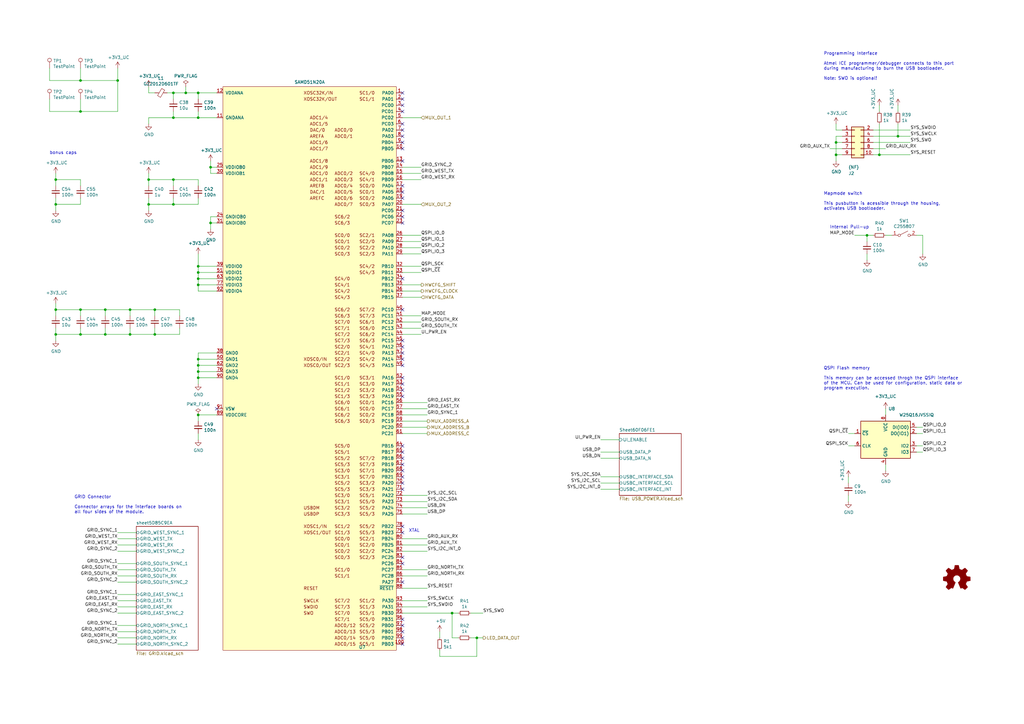
<source format=kicad_sch>
(kicad_sch (version 20211123) (generator eeschema)
  (paper "A3")
  (junction (at 81.28 149.86))
  (junction (at 342.9 58.42))
  (junction (at 81.28 154.94))
  (junction (at 60.96 73.66))
  (junction (at 71.12 83.82))
  (junction (at 63.5 137.16))
  (junction (at 33.02 45.72))
  (junction (at 71.12 73.66))
  (junction (at 81.28 111.76))
  (junction (at 81.28 116.84))
  (junction (at 195.58 261.62))
  (junction (at 86.36 68.58))
  (junction (at 33.02 137.16))
  (junction (at 48.26 33.02))
  (junction (at 53.34 137.16))
  (junction (at 81.28 114.3))
  (junction (at 81.28 152.4))
  (junction (at 76.2 38.1))
  (junction (at 71.12 48.26))
  (junction (at 342.9 63.5))
  (junction (at 22.86 83.82))
  (junction (at 81.28 170.18))
  (junction (at 22.86 137.16))
  (junction (at 22.86 73.66))
  (junction (at 43.18 137.16))
  (junction (at 81.28 38.1))
  (junction (at 63.5 127))
  (junction (at 33.02 127))
  (junction (at 33.02 33.02))
  (junction (at 22.86 127))
  (junction (at 71.12 38.1))
  (junction (at 355.6 96.52))
  (junction (at 60.96 83.82))
  (junction (at 86.36 91.44))
  (junction (at 360.68 63.5))
  (junction (at 43.18 127))
  (junction (at 81.28 48.26))
  (junction (at 368.3 55.88))
  (junction (at 53.34 127))
  (junction (at 81.28 109.22))
  (junction (at 81.28 147.32))
  (junction (at 185.42 251.46))
  (no_connect (at 165.1 45.72))
  (no_connect (at 165.1 231.14))
  (no_connect (at 165.1 182.88))
  (no_connect (at 165.1 256.54))
  (no_connect (at 165.1 264.16))
  (no_connect (at 165.1 142.24))
  (no_connect (at 165.1 228.6))
  (no_connect (at 165.1 91.44))
  (no_connect (at 165.1 261.62))
  (no_connect (at 165.1 238.76))
  (no_connect (at 165.1 58.42))
  (no_connect (at 165.1 53.34))
  (no_connect (at 165.1 139.7))
  (no_connect (at 165.1 185.42))
  (no_connect (at 165.1 259.08))
  (no_connect (at 165.1 187.96))
  (no_connect (at 88.9 167.64))
  (no_connect (at 165.1 193.04))
  (no_connect (at 165.1 76.2))
  (no_connect (at 165.1 215.9))
  (no_connect (at 165.1 88.9))
  (no_connect (at 165.1 195.58))
  (no_connect (at 165.1 86.36))
  (no_connect (at 165.1 40.64))
  (no_connect (at 165.1 66.04))
  (no_connect (at 165.1 147.32))
  (no_connect (at 165.1 149.86))
  (no_connect (at 165.1 154.94))
  (no_connect (at 165.1 254))
  (no_connect (at 165.1 198.12))
  (no_connect (at 165.1 200.66))
  (no_connect (at 165.1 60.96))
  (no_connect (at 165.1 144.78))
  (no_connect (at 165.1 50.8))
  (no_connect (at 165.1 218.44))
  (no_connect (at 165.1 43.18))
  (no_connect (at 165.1 190.5))
  (no_connect (at 165.1 157.48))
  (no_connect (at 165.1 127))
  (no_connect (at 165.1 160.02))
  (no_connect (at 165.1 81.28))
  (no_connect (at 165.1 55.88))
  (no_connect (at 165.1 78.74))
  (no_connect (at 165.1 162.56))
  (no_connect (at 165.1 38.1))
  (no_connect (at 165.1 114.3))
  (wire (pts (xy 60.96 83.82) (xy 71.12 83.82)))
  (wire (pts (xy 55.88 236.22) (xy 48.26 236.22)))
  (wire (pts (xy 165.1 109.22) (xy 172.72 109.22)))
  (wire (pts (xy 86.36 71.12) (xy 86.36 68.58)))
  (wire (pts (xy 81.28 172.72) (xy 81.28 170.18)))
  (wire (pts (xy 81.28 180.34) (xy 81.28 177.8)))
  (wire (pts (xy 55.88 226.06) (xy 48.26 226.06)))
  (wire (pts (xy 342.9 55.88) (xy 342.9 58.42)))
  (wire (pts (xy 165.1 48.26) (xy 172.72 48.26)))
  (wire (pts (xy 88.9 152.4) (xy 81.28 152.4)))
  (wire (pts (xy 43.18 127) (xy 43.18 129.54)))
  (wire (pts (xy 73.66 129.54) (xy 73.66 127)))
  (wire (pts (xy 355.6 106.68) (xy 355.6 104.14)))
  (wire (pts (xy 358.14 60.96) (xy 363.22 60.96)))
  (wire (pts (xy 86.36 91.44) (xy 86.36 88.9)))
  (wire (pts (xy 81.28 111.76) (xy 88.9 111.76)))
  (wire (pts (xy 60.96 86.36) (xy 60.96 83.82)))
  (wire (pts (xy 363.22 167.64) (xy 363.22 170.18)))
  (wire (pts (xy 165.1 165.1) (xy 175.26 165.1)))
  (wire (pts (xy 175.26 233.68) (xy 165.1 233.68)))
  (wire (pts (xy 22.86 73.66) (xy 33.02 73.66)))
  (wire (pts (xy 360.68 50.8) (xy 360.68 63.5)))
  (wire (pts (xy 165.1 226.06) (xy 175.26 226.06)))
  (wire (pts (xy 71.12 40.64) (xy 71.12 38.1)))
  (wire (pts (xy 71.12 48.26) (xy 60.96 48.26)))
  (wire (pts (xy 165.1 177.8) (xy 175.26 177.8)))
  (wire (pts (xy 165.1 119.38) (xy 172.72 119.38)))
  (wire (pts (xy 81.28 152.4) (xy 81.28 149.86)))
  (wire (pts (xy 375.92 182.88) (xy 378.46 182.88)))
  (wire (pts (xy 165.1 220.98) (xy 175.26 220.98)))
  (wire (pts (xy 81.28 147.32) (xy 81.28 144.78)))
  (wire (pts (xy 350.52 96.52) (xy 355.6 96.52)))
  (wire (pts (xy 33.02 76.2) (xy 33.02 73.66)))
  (wire (pts (xy 22.86 134.62) (xy 22.86 137.16)))
  (wire (pts (xy 193.04 261.62) (xy 195.58 261.62)))
  (wire (pts (xy 81.28 114.3) (xy 81.28 111.76)))
  (wire (pts (xy 165.1 129.54) (xy 172.72 129.54)))
  (wire (pts (xy 88.9 119.38) (xy 81.28 119.38)))
  (wire (pts (xy 22.86 137.16) (xy 33.02 137.16)))
  (wire (pts (xy 71.12 83.82) (xy 81.28 83.82)))
  (wire (pts (xy 165.1 205.74) (xy 175.26 205.74)))
  (wire (pts (xy 81.28 40.64) (xy 81.28 38.1)))
  (wire (pts (xy 347.98 195.58) (xy 347.98 198.12)))
  (wire (pts (xy 165.1 175.26) (xy 175.26 175.26)))
  (wire (pts (xy 22.86 73.66) (xy 22.86 76.2)))
  (wire (pts (xy 22.86 81.28) (xy 22.86 83.82)))
  (wire (pts (xy 368.3 43.18) (xy 368.3 45.72)))
  (wire (pts (xy 55.88 231.14) (xy 48.26 231.14)))
  (wire (pts (xy 88.9 68.58) (xy 86.36 68.58)))
  (wire (pts (xy 73.66 134.62) (xy 73.66 137.16)))
  (wire (pts (xy 71.12 38.1) (xy 76.2 38.1)))
  (wire (pts (xy 378.46 96.52) (xy 378.46 104.14)))
  (wire (pts (xy 345.44 55.88) (xy 342.9 55.88)))
  (wire (pts (xy 53.34 127) (xy 43.18 127)))
  (wire (pts (xy 165.1 137.16) (xy 172.72 137.16)))
  (wire (pts (xy 180.34 261.62) (xy 180.34 259.08)))
  (wire (pts (xy 60.96 81.28) (xy 60.96 83.82)))
  (wire (pts (xy 55.88 248.92) (xy 48.26 248.92)))
  (wire (pts (xy 48.26 27.94) (xy 48.26 33.02)))
  (wire (pts (xy 81.28 83.82) (xy 81.28 81.28)))
  (wire (pts (xy 22.86 86.36) (xy 22.86 83.82)))
  (wire (pts (xy 375.92 96.52) (xy 378.46 96.52)))
  (wire (pts (xy 53.34 129.54) (xy 53.34 127)))
  (wire (pts (xy 81.28 73.66) (xy 81.28 76.2)))
  (wire (pts (xy 375.92 175.26) (xy 378.46 175.26)))
  (wire (pts (xy 81.28 170.18) (xy 88.9 170.18)))
  (wire (pts (xy 60.96 71.12) (xy 60.96 73.66)))
  (wire (pts (xy 73.66 137.16) (xy 63.5 137.16)))
  (wire (pts (xy 55.88 220.98) (xy 48.26 220.98)))
  (wire (pts (xy 350.52 182.88) (xy 347.98 182.88)))
  (wire (pts (xy 60.96 35.56) (xy 60.96 38.1)))
  (wire (pts (xy 165.1 246.38) (xy 175.26 246.38)))
  (wire (pts (xy 81.28 114.3) (xy 81.28 116.84)))
  (wire (pts (xy 165.1 96.52) (xy 172.72 96.52)))
  (wire (pts (xy 22.86 124.46) (xy 22.86 127)))
  (wire (pts (xy 86.36 68.58) (xy 86.36 66.04)))
  (wire (pts (xy 88.9 147.32) (xy 81.28 147.32)))
  (wire (pts (xy 165.1 236.22) (xy 175.26 236.22)))
  (wire (pts (xy 20.32 40.64) (xy 20.32 45.72)))
  (wire (pts (xy 81.28 109.22) (xy 81.28 111.76)))
  (wire (pts (xy 81.28 45.72) (xy 81.28 48.26)))
  (wire (pts (xy 88.9 91.44) (xy 86.36 91.44)))
  (wire (pts (xy 33.02 33.02) (xy 20.32 33.02)))
  (wire (pts (xy 55.88 233.68) (xy 48.26 233.68)))
  (wire (pts (xy 60.96 38.1) (xy 63.5 38.1)))
  (wire (pts (xy 81.28 119.38) (xy 81.28 116.84)))
  (wire (pts (xy 81.28 149.86) (xy 88.9 149.86)))
  (wire (pts (xy 165.1 111.76) (xy 172.72 111.76)))
  (wire (pts (xy 88.9 71.12) (xy 86.36 71.12)))
  (wire (pts (xy 55.88 246.38) (xy 48.26 246.38)))
  (wire (pts (xy 360.68 63.5) (xy 373.38 63.5)))
  (wire (pts (xy 55.88 238.76) (xy 48.26 238.76)))
  (wire (pts (xy 246.38 180.34) (xy 254 180.34)))
  (wire (pts (xy 33.02 81.28) (xy 33.02 83.82)))
  (wire (pts (xy 33.02 134.62) (xy 33.02 137.16)))
  (wire (pts (xy 33.02 27.94) (xy 33.02 33.02)))
  (wire (pts (xy 33.02 127) (xy 43.18 127)))
  (wire (pts (xy 76.2 38.1) (xy 76.2 35.56)))
  (wire (pts (xy 180.34 269.24) (xy 195.58 269.24)))
  (wire (pts (xy 48.26 33.02) (xy 33.02 33.02)))
  (wire (pts (xy 55.88 251.46) (xy 48.26 251.46)))
  (wire (pts (xy 81.28 38.1) (xy 88.9 38.1)))
  (wire (pts (xy 81.28 149.86) (xy 81.28 147.32)))
  (wire (pts (xy 368.3 50.8) (xy 368.3 55.88)))
  (wire (pts (xy 172.72 68.58) (xy 165.1 68.58)))
  (wire (pts (xy 22.86 127) (xy 33.02 127)))
  (wire (pts (xy 165.1 208.28) (xy 175.26 208.28)))
  (wire (pts (xy 55.88 243.84) (xy 48.26 243.84)))
  (wire (pts (xy 165.1 167.64) (xy 175.26 167.64)))
  (wire (pts (xy 342.9 66.04) (xy 342.9 63.5)))
  (wire (pts (xy 60.96 73.66) (xy 60.96 76.2)))
  (wire (pts (xy 165.1 73.66) (xy 172.72 73.66)))
  (wire (pts (xy 165.1 248.92) (xy 175.26 248.92)))
  (wire (pts (xy 71.12 45.72) (xy 71.12 48.26)))
  (wire (pts (xy 165.1 101.6) (xy 172.72 101.6)))
  (wire (pts (xy 71.12 76.2) (xy 71.12 73.66)))
  (wire (pts (xy 193.04 251.46) (xy 198.12 251.46)))
  (wire (pts (xy 71.12 73.66) (xy 81.28 73.66)))
  (wire (pts (xy 68.58 38.1) (xy 71.12 38.1)))
  (wire (pts (xy 55.88 264.16) (xy 48.26 264.16)))
  (wire (pts (xy 175.26 241.3) (xy 165.1 241.3)))
  (wire (pts (xy 48.26 218.44) (xy 55.88 218.44)))
  (wire (pts (xy 342.9 53.34) (xy 345.44 53.34)))
  (wire (pts (xy 43.18 137.16) (xy 43.18 134.62)))
  (wire (pts (xy 185.42 251.46) (xy 185.42 261.62)))
  (wire (pts (xy 81.28 48.26) (xy 71.12 48.26)))
  (wire (pts (xy 81.28 157.48) (xy 81.28 154.94)))
  (wire (pts (xy 363.22 193.04) (xy 363.22 190.5)))
  (wire (pts (xy 81.28 154.94) (xy 81.28 152.4)))
  (wire (pts (xy 22.86 139.7) (xy 22.86 137.16)))
  (wire (pts (xy 60.96 48.26) (xy 60.96 50.8)))
  (wire (pts (xy 63.5 137.16) (xy 53.34 137.16)))
  (wire (pts (xy 88.9 154.94) (xy 81.28 154.94)))
  (wire (pts (xy 165.1 99.06) (xy 172.72 99.06)))
  (wire (pts (xy 342.9 50.8) (xy 342.9 53.34)))
  (wire (pts (xy 55.88 256.54) (xy 48.26 256.54)))
  (wire (pts (xy 55.88 259.08) (xy 48.26 259.08)))
  (wire (pts (xy 71.12 81.28) (xy 71.12 83.82)))
  (wire (pts (xy 88.9 109.22) (xy 81.28 109.22)))
  (wire (pts (xy 165.1 71.12) (xy 172.72 71.12)))
  (wire (pts (xy 358.14 53.34) (xy 373.38 53.34)))
  (wire (pts (xy 20.32 45.72) (xy 33.02 45.72)))
  (wire (pts (xy 375.92 177.8) (xy 378.46 177.8)))
  (wire (pts (xy 88.9 48.26) (xy 81.28 48.26)))
  (wire (pts (xy 165.1 210.82) (xy 175.26 210.82)))
  (wire (pts (xy 22.86 127) (xy 22.86 129.54)))
  (wire (pts (xy 81.28 116.84) (xy 88.9 116.84)))
  (wire (pts (xy 246.38 195.58) (xy 254 195.58)))
  (wire (pts (xy 375.92 185.42) (xy 378.46 185.42)))
  (wire (pts (xy 358.14 58.42) (xy 373.38 58.42)))
  (wire (pts (xy 81.28 144.78) (xy 88.9 144.78)))
  (wire (pts (xy 33.02 137.16) (xy 43.18 137.16)))
  (wire (pts (xy 358.14 55.88) (xy 368.3 55.88)))
  (wire (pts (xy 165.1 172.72) (xy 175.26 172.72)))
  (wire (pts (xy 53.34 134.62) (xy 53.34 137.16)))
  (wire (pts (xy 360.68 43.18) (xy 360.68 45.72)))
  (wire (pts (xy 53.34 137.16) (xy 43.18 137.16)))
  (wire (pts (xy 165.1 132.08) (xy 172.72 132.08)))
  (wire (pts (xy 73.66 127) (xy 63.5 127)))
  (wire (pts (xy 165.1 116.84) (xy 172.72 116.84)))
  (wire (pts (xy 165.1 170.18) (xy 175.26 170.18)))
  (wire (pts (xy 22.86 83.82) (xy 33.02 83.82)))
  (wire (pts (xy 246.38 200.66) (xy 254 200.66)))
  (wire (pts (xy 165.1 203.2) (xy 175.26 203.2)))
  (wire (pts (xy 347.98 205.74) (xy 347.98 203.2)))
  (wire (pts (xy 355.6 99.06) (xy 355.6 96.52)))
  (wire (pts (xy 48.26 45.72) (xy 48.26 33.02)))
  (wire (pts (xy 86.36 88.9) (xy 88.9 88.9)))
  (wire (pts (xy 165.1 121.92) (xy 172.72 121.92)))
  (wire (pts (xy 195.58 269.24) (xy 195.58 261.62)))
  (wire (pts (xy 86.36 93.98) (xy 86.36 91.44)))
  (wire (pts (xy 254 185.42) (xy 246.38 185.42)))
  (wire (pts (xy 22.86 71.12) (xy 22.86 73.66)))
  (wire (pts (xy 342.9 63.5) (xy 342.9 58.42)))
  (wire (pts (xy 88.9 114.3) (xy 81.28 114.3)))
  (wire (pts (xy 165.1 134.62) (xy 172.72 134.62)))
  (wire (pts (xy 180.34 266.7) (xy 180.34 269.24)))
  (wire (pts (xy 355.6 96.52) (xy 358.14 96.52)))
  (wire (pts (xy 76.2 38.1) (xy 81.28 38.1)))
  (wire (pts (xy 33.02 129.54) (xy 33.02 127)))
  (wire (pts (xy 342.9 58.42) (xy 345.44 58.42)))
  (wire (pts (xy 358.14 63.5) (xy 360.68 63.5)))
  (wire (pts (xy 81.28 109.22) (xy 81.28 104.14)))
  (wire (pts (xy 185.42 251.46) (xy 187.96 251.46)))
  (wire (pts (xy 63.5 134.62) (xy 63.5 137.16)))
  (wire (pts (xy 165.1 223.52) (xy 175.26 223.52)))
  (wire (pts (xy 60.96 73.66) (xy 71.12 73.66)))
  (wire (pts (xy 33.02 45.72) (xy 48.26 45.72)))
  (wire (pts (xy 33.02 40.64) (xy 33.02 45.72)))
  (wire (pts (xy 345.44 63.5) (xy 342.9 63.5)))
  (wire (pts (xy 48.26 223.52) (xy 55.88 223.52)))
  (wire (pts (xy 246.38 187.96) (xy 254 187.96)))
  (wire (pts (xy 165.1 83.82) (xy 172.72 83.82)))
  (wire (pts (xy 63.5 129.54) (xy 63.5 127)))
  (wire (pts (xy 350.52 177.8) (xy 347.98 177.8)))
  (wire (pts (xy 55.88 261.62) (xy 48.26 261.62)))
  (wire (pts (xy 165.1 104.14) (xy 172.72 104.14)))
  (wire (pts (xy 165.1 251.46) (xy 185.42 251.46)))
  (wire (pts (xy 63.5 127) (xy 53.34 127)))
  (wire (pts (xy 20.32 33.02) (xy 20.32 27.94)))
  (wire (pts (xy 368.3 55.88) (xy 373.38 55.88)))
  (wire (pts (xy 363.22 96.52) (xy 365.76 96.52)))
  (wire (pts (xy 195.58 261.62) (xy 198.12 261.62)))
  (wire (pts (xy 185.42 261.62) (xy 187.96 261.62)))
  (wire (pts (xy 340.36 60.96) (xy 345.44 60.96)))
  (wire (pts (xy 246.38 198.12) (xy 254 198.12)))
  (text "Mapmode switch\n\nThis pusbutton is acessible through the housing, \nactivates USB bootloader." (at 337.82 86.36 0) (effects (font (size 1.27 1.27)) (justify left bottom)))
  (text "bonus caps\n" (at 20.32 63.5 0) (effects (font (size 1.27 1.27)) (justify left bottom)))
  (text "QSPI Flash memory\n\nThis memory can be accessed throgh the QSPI interface\nof the MCU. Can be used for configuration, static data or\nprogram execution." (at 337.82 160.02 0) (effects (font (size 1.27 1.27)) (justify left bottom)))
  (text "XTAL\n" (at 167.64 218.44 0) (effects (font (size 1.27 1.27)) (justify left bottom)))
  (text "Internal Pull-up" (at 340.36 93.98 0) (effects (font (size 1.27 1.27)) (justify left bottom)))
  (text "GRID Connector\n\nConnector arrays for the interface boards on \nall four sides of the module." (at 30.48 210.82 0) (effects (font (size 1.27 1.27)) (justify left bottom)))
  (text "Programming Interface\n\nAtmel ICE programmer/debugger connects to this port\nduring manufacturing to burn the USB bootloader. \n\nNote: SWO is optional!" (at 337.82 33.02 0) (effects (font (size 1.27 1.27)) (justify left bottom)))
  (label "GRID_SYNC_1" (at 48.26 231.14 180))
  (label "GRID_EAST_TX" (at 175.26 167.64 0))
  (label "SYS_I2C_SCL" (at 246.38 198.12 180))
  (label "GRID_SOUTH_TX" (at 48.26 233.68 180))
  (label "GRID_SYNC_2" (at 48.26 226.06 180))
  (label "GRID_NORTH_TX" (at 175.26 233.68 0))
  (label "SYS_I2C_INT_0" (at 246.38 200.66 180))
  (label "GRID_NORTH_TX" (at 48.26 259.08 180))
  (label "GRID_SYNC_2" (at 48.26 264.16 180))
  (label "MAP_MODE" (at 350.52 96.52 180))
  (label "QSPI_~{CE}" (at 347.98 177.8 180))
  (label "GRID_NORTH_RX" (at 175.26 236.22 0))
  (label "USB_DN" (at 175.26 208.28 0))
  (label "GRID_SYNC_1" (at 48.26 218.44 180))
  (label "UI_PWR_EN" (at 246.38 180.34 180))
  (label "GRID_SYNC_1" (at 48.26 243.84 180))
  (label "QSPI_SCK" (at 172.72 109.22 0))
  (label "GRID_SOUTH_RX" (at 172.72 132.08 0))
  (label "GRID_SYNC_2" (at 48.26 251.46 180))
  (label "QSPI_IO_1" (at 378.46 177.8 0))
  (label "GRID_AUX_TX" (at 175.26 223.52 0))
  (label "GRID_WEST_RX" (at 48.26 223.52 180))
  (label "SYS_RESET" (at 175.26 241.3 0))
  (label "GRID_WEST_RX" (at 172.72 73.66 0))
  (label "GRID_AUX_TX" (at 340.36 60.96 180))
  (label "QSPI_IO_3" (at 172.72 104.14 0))
  (label "QSPI_~{CE}" (at 172.72 111.76 0))
  (label "QSPI_IO_0" (at 378.46 175.26 0))
  (label "QSPI_IO_1" (at 172.72 99.06 0))
  (label "SYS_I2C_SDA" (at 246.38 195.58 180))
  (label "GRID_WEST_TX" (at 172.72 71.12 0))
  (label "GRID_EAST_RX" (at 175.26 165.1 0))
  (label "USB_DN" (at 246.38 187.96 180))
  (label "UI_PWR_EN" (at 172.72 137.16 0))
  (label "QSPI_IO_3" (at 378.46 185.42 0))
  (label "USB_DP" (at 175.26 210.82 0))
  (label "SYS_I2C_SDA" (at 175.26 205.74 0))
  (label "SYS_SWDIO" (at 373.38 53.34 0))
  (label "GRID_EAST_RX" (at 48.26 248.92 180))
  (label "SYS_SWDIO" (at 175.26 248.92 0))
  (label "GRID_SOUTH_TX" (at 172.72 134.62 0))
  (label "GRID_EAST_TX" (at 48.26 246.38 180))
  (label "QSPI_SCK" (at 347.98 182.88 180))
  (label "SYS_SWCLK" (at 175.26 246.38 0))
  (label "GRID_SYNC_1" (at 175.26 170.18 0))
  (label "GRID_SOUTH_RX" (at 48.26 236.22 180))
  (label "MAP_MODE" (at 172.72 129.54 0))
  (label "GRID_AUX_RX" (at 175.26 220.98 0))
  (label "USB_DP" (at 246.38 185.42 180))
  (label "GRID_AUX_RX" (at 363.22 60.96 0))
  (label "SYS_SWO" (at 373.38 58.42 0))
  (label "QSPI_IO_2" (at 172.72 101.6 0))
  (label "SYS_I2C_SCL" (at 175.26 203.2 0))
  (label "GRID_SYNC_1" (at 48.26 256.54 180))
  (label "QSPI_IO_0" (at 172.72 96.52 0))
  (label "SYS_SWCLK" (at 373.38 55.88 0))
  (label "SYS_RESET" (at 373.38 63.5 0))
  (label "QSPI_IO_2" (at 378.46 182.88 0))
  (label "GRID_NORTH_RX" (at 48.26 261.62 180))
  (label "GRID_SYNC_2" (at 172.72 68.58 0))
  (label "GRID_SYNC_2" (at 48.26 238.76 180))
  (label "SYS_SWO" (at 198.12 251.46 0))
  (label "GRID_WEST_TX" (at 48.26 220.98 180))
  (label "SYS_I2C_INT_0" (at 175.26 226.06 0))
  (hierarchical_label "HWCFG_CLOCK" (shape output) (at 172.72 119.38 0))
  (hierarchical_label "HWCFG_DATA" (shape input) (at 172.72 121.92 0))
  (hierarchical_label "MUX_ADDRESS_A" (shape output) (at 175.26 172.72 0))
  (hierarchical_label "MUX_OUT_1" (shape input) (at 172.72 48.26 0))
  (hierarchical_label "HWCFG_SHIFT" (shape output) (at 172.72 116.84 0))
  (hierarchical_label "MUX_OUT_2" (shape input) (at 172.72 83.82 0))
  (hierarchical_label "LED_DATA_OUT" (shape output) (at 198.12 261.62 0))
  (hierarchical_label "MUX_ADDRESS_C" (shape output) (at 175.26 177.8 0))
  (hierarchical_label "MUX_ADDRESS_B" (shape output) (at 175.26 175.26 0))
  (symbol (lib_id "suku_basics:U_FLASH_W25Q16JVSSIQ") (at 363.22 180.34 0) (unit 1)
    (property "Reference" "U8" (at 365.76 167.64 0))
    (property "Value" "W25Q16JVSSIQ" (at 375.92 170.18 0))
    (property "Footprint" "suku_basics:SOIC-8W_FLASH" (effects hide))
    (property "Datasheet" "http://www.winbond.com/resource-files/w25q32jv%20revg%2003272018%20plus.pdf" (effects hide))
  )
  (symbol (lib_id "suku_basics:CAP") (at 347.98 200.66 0) (unit 1)
    (property "Reference" "C9" (at 350.3168 199.4916 0) (effects (justify left)))
    (property "Value" "100n" (at 350.3168 201.803 0) (effects (justify left)))
    (property "Footprint" "suku_basics:CAP_0805" (effects hide))
  )
  (symbol (lib_id "suku_basics:+3V3_UC") (at 363.22 167.64 0) (unit 1)
    (property "Reference" "#PWR0203" (effects hide))
    (property "Value" "+3V3_UC" (at 363.22 162.56 0))
  )
  (symbol (lib_id "power:GND") (at 363.22 193.04 0) (unit 1)
    (property "Reference" "#PWR0204" (effects hide))
    (property "Value" "GND" (at 363.347 197.4342 0))
  )
  (symbol (lib_id "power:GND") (at 347.98 205.74 0) (unit 1)
    (property "Reference" "#PWR0205" (effects hide))
    (property "Value" "GND" (at 348.107 210.1342 0))
  )
  (symbol (lib_id "suku_basics:+3V3_UC") (at 347.98 195.58 0) (unit 1)
    (property "Reference" "#PWR0206" (effects hide))
    (property "Value" "+3V3_UC" (at 345.44 193.04 90))
  )
  (symbol (lib_id "Switch:SW_SPST") (at 370.84 96.52 0) (unit 1)
    (property "Reference" "SW1" (at 370.84 90.551 0))
    (property "Value" "C255807" (at 370.84 92.8624 0))
    (property "Footprint" "suku_basics:SW_HYP_MAPMODE" (effects hide))
  )
  (symbol (lib_id "suku_basics:+3V3_UC") (at 22.86 71.12 0) (unit 1)
    (property "Reference" "#PWR0213" (effects hide))
    (property "Value" "+3V3_UC" (at 23.241 66.7258 0))
  )
  (symbol (lib_id "suku_basics:CAP") (at 33.02 78.74 0) (unit 1)
    (property "Reference" "C55" (at 35.3568 77.5716 0) (effects (justify left)))
    (property "Value" "100n" (at 35.3568 79.883 0) (effects (justify left)))
    (property "Footprint" "suku_basics:CAP_0805" (effects hide))
  )
  (symbol (lib_id "suku_basics:CAP") (at 22.86 78.74 0) (unit 1)
    (property "Reference" "C54" (at 25.1968 77.5716 0) (effects (justify left)))
    (property "Value" "100n" (at 25.1968 79.883 0) (effects (justify left)))
    (property "Footprint" "suku_basics:CAP_0805" (effects hide))
  )
  (symbol (lib_id "power:GND") (at 22.86 86.36 0) (unit 1)
    (property "Reference" "#PWR0214" (effects hide))
    (property "Value" "GND" (at 22.987 90.7542 0))
  )
  (symbol (lib_id "Connector:TestPoint") (at 20.32 40.64 0) (unit 1)
    (property "Reference" "TP2" (at 21.7932 37.6428 0) (effects (justify left)))
    (property "Value" "TestPoint" (at 21.7932 39.9542 0) (effects (justify left)))
    (property "Footprint" "TestPoint:TestPoint_THTPad_1.0x1.0mm_Drill0.5mm" (effects hide))
  )
  (symbol (lib_id "Connector:TestPoint") (at 33.02 40.64 0) (unit 1)
    (property "Reference" "TP4" (at 34.4932 37.6428 0) (effects (justify left)))
    (property "Value" "TestPoint" (at 34.4932 39.9542 0) (effects (justify left)))
    (property "Footprint" "TestPoint:TestPoint_THTPad_1.0x1.0mm_Drill0.5mm" (effects hide))
  )
  (symbol (lib_id "Connector:TestPoint") (at 20.32 27.94 0) (unit 1)
    (property "Reference" "TP1" (at 21.7932 24.9428 0) (effects (justify left)))
    (property "Value" "TestPoint" (at 21.7932 27.2542 0) (effects (justify left)))
    (property "Footprint" "TestPoint:TestPoint_THTPad_1.0x1.0mm_Drill0.5mm" (effects hide))
  )
  (symbol (lib_id "Connector:TestPoint") (at 33.02 27.94 0) (unit 1)
    (property "Reference" "TP3" (at 34.4932 24.9428 0) (effects (justify left)))
    (property "Value" "TestPoint" (at 34.4932 27.2542 0) (effects (justify left)))
    (property "Footprint" "TestPoint:TestPoint_THTPad_1.0x1.0mm_Drill0.5mm" (effects hide))
  )
  (symbol (lib_id "suku_basics:+3V3_UC") (at 48.26 27.94 0) (unit 1)
    (property "Reference" "#PWR0215" (effects hide))
    (property "Value" "+3V3_UC" (at 48.641 23.5458 0))
  )
  (symbol (lib_id "Connector_Generic:Conn_02x05_Odd_Even") (at 350.52 58.42 0) (unit 1)
    (property "Reference" "J2" (at 347.98 71.12 0) (effects (justify left)))
    (property "Value" "(NF)" (at 347.98 68.58 0) (effects (justify left)))
    (property "Footprint" "Connector_PinHeader_1.27mm:PinHeader_2x05_P1.27mm_Vertical" (effects hide))
  )
  (symbol (lib_id "power:GND") (at 342.9 66.04 0) (unit 1)
    (property "Reference" "#PWR0180" (effects hide))
    (property "Value" "GND" (at 343.027 70.4342 0))
  )
  (symbol (lib_id "suku_basics:+3V3_UC") (at 342.9 50.8 0) (unit 1)
    (property "Reference" "#PWR0177" (effects hide))
    (property "Value" "+3V3_UC" (at 343.281 46.4058 0))
  )
  (symbol (lib_id "suku_basics:RES") (at 368.3 48.26 180) (unit 1)
    (property "Reference" "R39" (at 369.7986 47.0916 0) (effects (justify right)))
    (property "Value" "1k" (at 369.7986 49.403 0) (effects (justify right)))
    (property "Footprint" "suku_basics:RES_0805" (effects hide))
  )
  (symbol (lib_id "suku_basics:RES") (at 360.68 48.26 180) (unit 1)
    (property "Reference" "R38" (at 362.1786 47.0916 0) (effects (justify right)))
    (property "Value" "1k" (at 362.1786 49.403 0) (effects (justify right)))
    (property "Footprint" "suku_basics:RES_0805" (effects hide))
  )
  (symbol (lib_id "suku_basics:+3V3_UC") (at 360.68 43.18 0) (unit 1)
    (property "Reference" "#PWR0174" (effects hide))
    (property "Value" "+3V3_UC" (at 358.14 40.64 90))
  )
  (symbol (lib_id "suku_basics:+3V3_UC") (at 368.3 43.18 0) (unit 1)
    (property "Reference" "#PWR0175" (effects hide))
    (property "Value" "+3V3_UC" (at 365.76 40.64 90))
  )
  (symbol (lib_id "suku_basics:RES") (at 360.68 96.52 270) (unit 1)
    (property "Reference" "R40" (at 360.68 91.5416 90))
    (property "Value" "1k" (at 360.68 93.853 90))
    (property "Footprint" "suku_basics:RES_0805" (effects hide))
  )
  (symbol (lib_id "power:GND") (at 378.46 104.14 0) (unit 1)
    (property "Reference" "#PWR0183" (effects hide))
    (property "Value" "GND" (at 378.587 108.5342 0))
  )
  (symbol (lib_id "suku_basics:CAP") (at 355.6 101.6 0) (unit 1)
    (property "Reference" "C10" (at 357.9368 100.4316 0) (effects (justify left)))
    (property "Value" "100n" (at 357.9368 102.743 0) (effects (justify left)))
    (property "Footprint" "suku_basics:CAP_0805" (effects hide))
  )
  (symbol (lib_id "power:GND") (at 355.6 106.68 0) (unit 1)
    (property "Reference" "#PWR0184" (effects hide))
    (property "Value" "GND" (at 355.727 111.0742 0))
  )
  (symbol (lib_id "suku_basics:SAMD51N20A") (at 147.32 266.7 0) (unit 1)
    (property "Reference" "U7" (at 148.59 265.43 0))
    (property "Value" "SAMD51N20A" (at 127 33.6804 0))
    (property "Footprint" "suku_basics:TQFP-100_14x14mm_P0.5mm" (effects hide))
  )
  (symbol (lib_id "suku_basics:+3V3_UC") (at 60.96 71.12 0) (unit 1)
    (property "Reference" "#PWR0171" (effects hide))
    (property "Value" "+3V3_UC" (at 61.341 66.7258 0))
  )
  (symbol (lib_id "suku_basics:FERRIT") (at 66.04 38.1 270) (unit 1)
    (property "Reference" "L1" (at 66.04 32.0802 90))
    (property "Value" "GZ2012D601TF" (at 66.04 34.3916 90))
    (property "Footprint" "suku_basics:FERRIT_0805" (effects hide))
  )
  (symbol (lib_id "suku_basics:CAP") (at 81.28 43.18 0) (unit 1)
    (property "Reference" "C39" (at 83.6168 42.0116 0) (effects (justify left)))
    (property "Value" "100n" (at 83.6168 44.323 0) (effects (justify left)))
    (property "Footprint" "suku_basics:CAP_0805" (effects hide))
  )
  (symbol (lib_id "suku_basics:CAP") (at 71.12 43.18 0) (unit 1)
    (property "Reference" "C38" (at 73.4568 42.0116 0) (effects (justify left)))
    (property "Value" "10u" (at 73.4568 44.323 0) (effects (justify left)))
    (property "Footprint" "suku_basics:CAP_0805" (effects hide))
  )
  (symbol (lib_id "suku_basics:CAP") (at 81.28 78.74 0) (unit 1)
    (property "Reference" "C42" (at 83.6168 77.5716 0) (effects (justify left)))
    (property "Value" "100n" (at 83.6168 79.883 0) (effects (justify left)))
    (property "Footprint" "suku_basics:CAP_0805" (effects hide))
  )
  (symbol (lib_id "suku_basics:CAP") (at 71.12 78.74 0) (unit 1)
    (property "Reference" "C41" (at 73.4568 77.5716 0) (effects (justify left)))
    (property "Value" "100n" (at 73.4568 79.883 0) (effects (justify left)))
    (property "Footprint" "suku_basics:CAP_0805" (effects hide))
  )
  (symbol (lib_id "suku_basics:CAP") (at 60.96 78.74 0) (unit 1)
    (property "Reference" "C40" (at 63.2968 77.5716 0) (effects (justify left)))
    (property "Value" "1u" (at 63.2968 79.883 0) (effects (justify left)))
    (property "Footprint" "suku_basics:CAP_0805" (effects hide))
  )
  (symbol (lib_id "power:GND") (at 60.96 86.36 0) (unit 1)
    (property "Reference" "#PWR0172" (effects hide))
    (property "Value" "GND" (at 61.087 90.7542 0))
  )
  (symbol (lib_id "power:GND") (at 60.96 50.8 0) (unit 1)
    (property "Reference" "#PWR0170" (effects hide))
    (property "Value" "GND" (at 61.087 55.1942 0))
  )
  (symbol (lib_id "suku_basics:+3V3_UC") (at 60.96 35.56 0) (unit 1)
    (property "Reference" "#PWR0169" (effects hide))
    (property "Value" "+3V3_UC" (at 61.341 31.1658 0))
  )
  (symbol (lib_id "suku_basics:CAP") (at 81.28 175.26 0) (unit 1)
    (property "Reference" "C49" (at 83.6168 174.0916 0) (effects (justify left)))
    (property "Value" "100n" (at 83.6168 176.403 0) (effects (justify left)))
    (property "Footprint" "suku_basics:CAP_0805" (effects hide))
  )
  (symbol (lib_id "power:GND") (at 81.28 180.34 0) (unit 1)
    (property "Reference" "#PWR0182" (effects hide))
    (property "Value" "GND" (at 81.407 184.7342 0))
  )
  (symbol (lib_id "power:GND") (at 81.28 157.48 0) (unit 1)
    (property "Reference" "#PWR0181" (effects hide))
    (property "Value" "GND" (at 81.407 161.8742 0))
  )
  (symbol (lib_id "suku_basics:+3V3_UC") (at 81.28 104.14 0) (unit 1)
    (property "Reference" "#PWR0173" (effects hide))
    (property "Value" "+3V3_UC" (at 81.661 99.7458 0))
  )
  (symbol (lib_id "suku_basics:+3V3_UC") (at 22.86 124.46 0) (unit 1)
    (property "Reference" "#PWR0176" (effects hide))
    (property "Value" "+3V3_UC" (at 23.241 120.0658 0))
  )
  (symbol (lib_id "suku_basics:CAP") (at 43.18 132.08 0) (unit 1)
    (property "Reference" "C45" (at 45.5168 130.9116 0) (effects (justify left)))
    (property "Value" "100n" (at 45.5168 133.223 0) (effects (justify left)))
    (property "Footprint" "suku_basics:CAP_0805" (effects hide))
  )
  (symbol (lib_id "suku_basics:CAP") (at 33.02 132.08 0) (unit 1)
    (property "Reference" "C44" (at 35.3568 130.9116 0) (effects (justify left)))
    (property "Value" "100n" (at 35.3568 133.223 0) (effects (justify left)))
    (property "Footprint" "suku_basics:CAP_0805" (effects hide))
  )
  (symbol (lib_id "suku_basics:CAP") (at 22.86 132.08 0) (unit 1)
    (property "Reference" "C43" (at 25.1968 130.9116 0) (effects (justify left)))
    (property "Value" "10u" (at 25.1968 133.223 0) (effects (justify left)))
    (property "Footprint" "suku_basics:CAP_0805" (effects hide))
  )
  (symbol (lib_id "power:GND") (at 22.86 139.7 0) (unit 1)
    (property "Reference" "#PWR0178" (effects hide))
    (property "Value" "GND" (at 22.987 144.0942 0))
  )
  (symbol (lib_id "suku_basics:CAP") (at 63.5 132.08 0) (unit 1)
    (property "Reference" "C47" (at 65.8368 130.9116 0) (effects (justify left)))
    (property "Value" "100n" (at 65.8368 133.223 0) (effects (justify left)))
    (property "Footprint" "suku_basics:CAP_0805" (effects hide))
  )
  (symbol (lib_id "suku_basics:CAP") (at 53.34 132.08 0) (unit 1)
    (property "Reference" "C46" (at 55.6768 130.9116 0) (effects (justify left)))
    (property "Value" "100n" (at 55.6768 133.223 0) (effects (justify left)))
    (property "Footprint" "suku_basics:CAP_0805" (effects hide))
  )
  (symbol (lib_id "suku_basics:CAP") (at 73.66 132.08 0) (unit 1)
    (property "Reference" "C48" (at 75.9968 130.9116 0) (effects (justify left)))
    (property "Value" "100n" (at 75.9968 133.223 0) (effects (justify left)))
    (property "Footprint" "suku_basics:CAP_0805" (effects hide))
  )
  (symbol (lib_id "suku_basics:RES") (at 190.5 251.46 90) (unit 1)
    (property "Reference" "R41" (at 190.5 246.4816 90))
    (property "Value" "1k" (at 190.5 248.793 90))
    (property "Footprint" "suku_basics:RES_0805" (effects hide))
  )
  (symbol (lib_id "suku_basics:RES") (at 190.5 261.62 90) (unit 1)
    (property "Reference" "R42" (at 190.5 256.6416 90))
    (property "Value" "1k" (at 190.5 258.953 90))
    (property "Footprint" "suku_basics:RES_0805" (effects hide))
  )
  (symbol (lib_id "suku_basics:+3V3_UC") (at 86.36 66.04 0) (unit 1)
    (property "Reference" "#PWR0207" (effects hide))
    (property "Value" "+3V3_UC" (at 86.741 61.6458 0))
  )
  (symbol (lib_id "power:GND") (at 86.36 93.98 0) (unit 1)
    (property "Reference" "#PWR0208" (effects hide))
    (property "Value" "GND" (at 86.487 98.3742 0))
  )
  (symbol (lib_id "power:PWR_FLAG") (at 81.28 170.18 0) (unit 1)
    (property "Reference" "#FLG0101" (effects hide))
    (property "Value" "PWR_FLAG" (at 81.28 165.7858 0))
  )
  (symbol (lib_id "power:PWR_FLAG") (at 76.2 35.56 0) (unit 1)
    (property "Reference" "#FLG0105" (effects hide))
    (property "Value" "PWR_FLAG" (at 76.2 31.1658 0))
  )
  (symbol (lib_id "power:+5V") (at 180.34 259.08 0) (unit 1)
    (property "Reference" "#PWR0109" (effects hide))
    (property "Value" "+5V" (at 180.721 254.6858 0))
  )
  (symbol (lib_id "suku_basics:RES") (at 180.34 264.16 0) (unit 1)
    (property "Reference" "R1" (at 181.8386 262.9916 0) (effects (justify left)))
    (property "Value" "5k1" (at 181.8386 265.303 0) (effects (justify left)))
    (property "Footprint" "suku_basics:RES_0805" (effects hide))
  )
  (symbol (lib_id "suku_basics:OSHWA") (at 392.43 237.49 0) (unit 1)
    (property "Reference" "LOGO1" (effects hide))
  )
  (sheet (at 55.88 215.9) (size 25.4 50.8)
    (property "Sheet name" "sheet5D85C9EA" (at 55.88 215.1884 0) (effects (justify left bottom)))
    (property "Sheet file" "GRID.kicad_sch" (at 55.88 267.2846 0) (effects (justify left top)))
    (pin "GRID_WEST_SYNC_1" bidirectional (at 55.88 218.44 180))
    (pin "GRID_WEST_TX" bidirectional (at 55.88 220.98 180))
    (pin "GRID_WEST_RX" bidirectional (at 55.88 223.52 180))
    (pin "GRID_WEST_SYNC_2" bidirectional (at 55.88 226.06 180))
    (pin "GRID_EAST_SYNC_1" bidirectional (at 55.88 243.84 180))
    (pin "GRID_EAST_TX" bidirectional (at 55.88 246.38 180))
    (pin "GRID_EAST_RX" bidirectional (at 55.88 248.92 180))
    (pin "GRID_EAST_SYNC_2" bidirectional (at 55.88 251.46 180))
    (pin "GRID_NORTH_SYNC_1" bidirectional (at 55.88 256.54 180))
    (pin "GRID_NORTH_TX" bidirectional (at 55.88 259.08 180))
    (pin "GRID_NORTH_RX" bidirectional (at 55.88 261.62 180))
    (pin "GRID_NORTH_SYNC_2" bidirectional (at 55.88 264.16 180))
    (pin "GRID_SOUTH_SYNC_1" bidirectional (at 55.88 231.14 180))
    (pin "GRID_SOUTH_TX" bidirectional (at 55.88 233.68 180))
    (pin "GRID_SOUTH_RX" bidirectional (at 55.88 236.22 180))
    (pin "GRID_SOUTH_SYNC_2" bidirectional (at 55.88 238.76 180))
  )
  (sheet (at 254 177.8) (size 25.4 25.4)
    (property "Sheet name" "Sheet60F06FE1" (at 254 177.0884 0) (effects (justify left bottom)))
    (property "Sheet file" "USB_POWER.kicad_sch" (at 254 203.7846 0) (effects (justify left top)))
    (pin "USBC_INTERFACE_SDA" bidirectional (at 254 195.58 180))
    (pin "USBC_INTERFACE_SCL" bidirectional (at 254 198.12 180))
    (pin "USBC_INTERFACE_INT" output (at 254 200.66 180))
    (pin "UI_ENABLE" input (at 254 180.34 180))
    (pin "USB_DATA_P" bidirectional (at 254 185.42 180))
    (pin "USB_DATA_N" bidirectional (at 254 187.96 180))
  )
)
</source>
